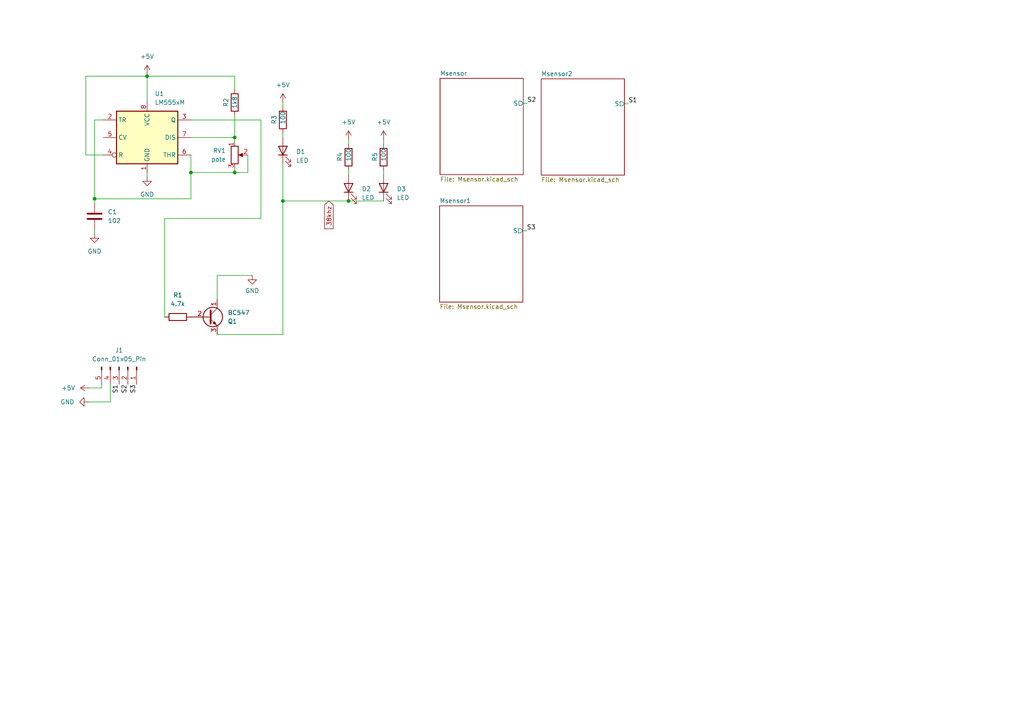
<source format=kicad_sch>
(kicad_sch (version 20230121) (generator eeschema)
  (paper "A4")
  (lib_symbols
    (symbol "Connector:Conn_01x05_Pin" (pin_names (offset 1.016) hide)
      (property "Reference" "J" (at 0 7.62 0))
      (property "Value" "Conn_01x05_Pin" (at 0 -7.62 0))
      (symbol "Conn_01x05_Pin_1_1"
        (polyline (pts (xy 1.27 -5.08) (xy 0.8636 -5.08)) (stroke (width 0.1524)))
        (polyline (pts (xy 1.27 -2.54) (xy 0.8636 -2.54)) (stroke (width 0.1524)))
        (polyline (pts (xy 1.27 0) (xy 0.8636 0)) (stroke (width 0.1524)))
        (polyline (pts (xy 1.27 2.54) (xy 0.8636 2.54)) (stroke (width 0.1524)))
        (polyline (pts (xy 1.27 5.08) (xy 0.8636 5.08)) (stroke (width 0.1524)))
        (rectangle (start 0.8636 -4.953) (end 0 -5.207) (stroke (width 0.1524)) (fill (type outline)))
        (rectangle (start 0.8636 -2.413) (end 0 -2.667) (stroke (width 0.1524)) (fill (type outline)))
        (rectangle (start 0.8636 0.127) (end 0 -0.127) (stroke (width 0.1524)) (fill (type outline)))
        (rectangle (start 0.8636 2.667) (end 0 2.413) (stroke (width 0.1524)) (fill (type outline)))
        (rectangle (start 0.8636 5.207) (end 0 4.953) (stroke (width 0.1524)) (fill (type outline)))
        (pin passive line (at 5.08 5.08 180) (length 3.81) (name "Pin_1") (number "1"))
        (pin passive line (at 5.08 2.54 180) (length 3.81) (name "Pin_2") (number "2"))
        (pin passive line (at 5.08 0 180) (length 3.81) (name "Pin_3") (number "3"))
        (pin passive line (at 5.08 -2.54 180) (length 3.81) (name "Pin_4") (number "4"))
        (pin passive line (at 5.08 -5.08 180) (length 3.81) (name "Pin_5") (number "5"))
      )
    )
    (symbol "Device:C" (pin_numbers hide) (pin_names (offset 0.254))
      (property "Reference" "C" (at 0.635 2.54 0))
      (property "Value" "C" (at 0.635 -2.54 0))
      (symbol "C_0_1"
        (polyline (pts (xy -2.032 -0.762) (xy 2.032 -0.762)) (stroke (width 0.508)))
        (polyline (pts (xy -2.032 0.762) (xy 2.032 0.762)) (stroke (width 0.508)))
      )
      (symbol "C_1_1"
        (pin passive line (at 0 3.81 270) (length 2.794) (name "~") (number "1"))
        (pin passive line (at 0 -3.81 90) (length 2.794) (name "~") (number "2"))
      )
    )
    (symbol "Device:LED" (pin_numbers hide) (pin_names (offset 1.016) hide)
      (property "Reference" "D" (at 0 2.54 0))
      (property "Value" "LED" (at 0 -2.54 0))
      (symbol "LED_0_1"
        (polyline (pts (xy -1.27 -1.27) (xy -1.27 1.27)) (stroke (width 0.254)))
        (polyline (pts (xy -1.27 0) (xy 1.27 0)))
        (polyline (pts (xy 1.27 -1.27) (xy 1.27 1.27) (xy -1.27 0) (xy 1.27 -1.27)) (stroke (width 0.254)))
        (polyline (pts (xy -3.048 -0.762) (xy -4.572 -2.286) (xy -3.81 -2.286) (xy -4.572 -2.286) (xy -4.572 -1.524)))
        (polyline (pts (xy -1.778 -0.762) (xy -3.302 -2.286) (xy -2.54 -2.286) (xy -3.302 -2.286) (xy -3.302 -1.524)))
      )
      (symbol "LED_1_1"
        (pin passive line (at -3.81 0 0) (length 2.54) (name "K") (number "1"))
        (pin passive line (at 3.81 0 180) (length 2.54) (name "A") (number "2"))
      )
    )
    (symbol "Device:R" (pin_numbers hide) (pin_names (offset 0))
      (property "Reference" "R" (at 2.032 0 90))
      (property "Value" "R" (at 0 0 90))
      (symbol "R_0_1"
        (rectangle (start -1.016 -2.54) (end 1.016 2.54) (stroke (width 0.254)))
      )
      (symbol "R_1_1"
        (pin passive line (at 0 3.81 270) (length 1.27) (name "~") (number "1"))
        (pin passive line (at 0 -3.81 90) (length 1.27) (name "~") (number "2"))
      )
    )
    (symbol "Device:R_Potentiometer" (pin_names (offset 1.016) hide)
      (property "Reference" "RV" (at -4.445 0 90))
      (property "Value" "R_Potentiometer" (at -2.54 0 90))
      (symbol "R_Potentiometer_0_1"
        (polyline (pts (xy 2.54 0) (xy 1.524 0)))
        (polyline (pts (xy 1.143 0) (xy 2.286 0.508) (xy 2.286 -0.508) (xy 1.143 0)) (fill (type outline)))
        (rectangle (start 1.016 2.54) (end -1.016 -2.54) (stroke (width 0.254)))
      )
      (symbol "R_Potentiometer_1_1"
        (pin passive line (at 0 3.81 270) (length 1.27) (name "1") (number "1"))
        (pin passive line (at 3.81 0 180) (length 1.27) (name "2") (number "2"))
        (pin passive line (at 0 -3.81 90) (length 1.27) (name "3") (number "3"))
      )
    )
    (symbol "Timer:LM555xM"
      (property "Reference" "U" (at -10.16 8.89 0))
      (property "Value" "LM555xM" (at 2.54 8.89 0))
      (symbol "LM555xM_0_0"
        (pin power_in line (at 0 -10.16 90) (length 2.54) (name "GND") (number "1"))
        (pin power_in line (at 0 10.16 270) (length 2.54) (name "VCC") (number "8"))
      )
      (symbol "LM555xM_0_1"
        (rectangle (start -8.89 -7.62) (end 8.89 7.62) (stroke (width 0.254)) (fill (type background)))
        (rectangle (start -8.89 -7.62) (end 8.89 7.62) (stroke (width 0.254)) (fill (type background)))
      )
      (symbol "LM555xM_1_1"
        (pin input line (at -12.7 5.08 0) (length 3.81) (name "TR") (number "2"))
        (pin output line (at 12.7 5.08 180) (length 3.81) (name "Q") (number "3"))
        (pin input inverted (at -12.7 -5.08 0) (length 3.81) (name "R") (number "4"))
        (pin input line (at -12.7 0 0) (length 3.81) (name "CV") (number "5"))
        (pin input line (at 12.7 -5.08 180) (length 3.81) (name "THR") (number "6"))
        (pin input line (at 12.7 0 180) (length 3.81) (name "DIS") (number "7"))
      )
    )
    (symbol "Transistor_BJT:BC547" (pin_names (offset 0) hide)
      (property "Reference" "Q" (at 5.08 1.905 0))
      (property "Value" "BC547" (at 5.08 0 0))
      (symbol "BC547_0_1"
        (polyline (pts (xy 0 0) (xy 0.635 0)))
        (polyline (pts (xy 0.635 0.635) (xy 2.54 2.54)))
        (polyline (pts (xy 0.635 -0.635) (xy 2.54 -2.54) (xy 2.54 -2.54)))
        (polyline (pts (xy 0.635 1.905) (xy 0.635 -1.905) (xy 0.635 -1.905)) (stroke (width 0.508)))
        (polyline (pts (xy 1.27 -1.778) (xy 1.778 -1.27) (xy 2.286 -2.286) (xy 1.27 -1.778) (xy 1.27 -1.778)) (fill (type outline)))
        (circle (center 1.27 0) (radius 2.8194) (stroke (width 0.254)))
      )
      (symbol "BC547_1_1"
        (pin passive line (at 2.54 5.08 270) (length 2.54) (name "C") (number "1"))
        (pin input line (at -5.08 0 0) (length 5.08) (name "B") (number "2"))
        (pin passive line (at 2.54 -5.08 90) (length 2.54) (name "E") (number "3"))
      )
    )
    (symbol "power:+5V" (power) (pin_names (offset 0))
      (property "Value" "+5V" (at 0 3.556 0))
      (symbol "+5V_0_1"
        (polyline (pts (xy -0.762 1.27) (xy 0 2.54)))
        (polyline (pts (xy 0 0) (xy 0 2.54)))
        (polyline (pts (xy 0 2.54) (xy 0.762 1.27)))
      )
      (symbol "+5V_1_1"
        (pin power_in line (at 0 0 90) (length 0) hide (name "+5V") (number "1"))
      )
    )
    (symbol "power:GND" (power) (pin_names (offset 0))
      (property "Value" "GND" (at 0 -3.81 0))
      (symbol "GND_0_1"
        (polyline (pts (xy 0 0) (xy 0 -1.27) (xy 1.27 -1.27) (xy 0 -2.54) (xy -1.27 -1.27) (xy 0 -1.27)))
      )
      (symbol "GND_1_1"
        (pin power_in line (at 0 0 270) (length 0) hide (name "GND") (number "1"))
      )
    )
  )
  (junction (at 68.072 39.878))
  (junction (at 82.042 58.293))
  (junction (at 55.372 50.038))
  (junction (at 101.092 58.293))
  (junction (at 27.432 57.658))
  (junction (at 42.672 22.098))
  (junction (at 68.072 50.038))
  (wire (pts (xy 55.372 50.038) (xy 55.372 57.658)))
  (wire (pts (xy 27.432 57.658) (xy 27.432 58.928)))
  (wire (pts (xy 82.042 58.293) (xy 101.092 58.293)))
  (wire (pts (xy 32.004 116.586) (xy 32.004 111.506)))
  (wire (pts (xy 111.252 41.783) (xy 111.252 40.513)))
  (wire (pts (xy 55.372 34.798) (xy 75.692 34.798)))
  (wire (pts (xy 68.072 22.098) (xy 68.072 25.908)))
  (wire (pts (xy 181.102 30.099) (xy 182.245 30.099)))
  (wire (pts (xy 82.042 30.988) (xy 82.042 29.718)))
  (wire (pts (xy 71.882 50.038) (xy 71.882 44.958)))
  (wire (pts (xy 24.892 44.958) (xy 24.892 22.098)))
  (wire (pts (xy 42.672 22.098) (xy 42.672 29.718)))
  (wire (pts (xy 68.072 41.148) (xy 68.072 39.878)))
  (wire (pts (xy 82.042 97.028) (xy 82.042 58.293)))
  (wire (pts (xy 101.092 41.783) (xy 101.092 40.513)))
  (wire (pts (xy 111.252 50.673) (xy 111.252 49.403)))
  (wire (pts (xy 68.072 50.038) (xy 71.882 50.038)))
  (wire (pts (xy 29.464 112.522) (xy 29.464 111.506)))
  (wire (pts (xy 68.072 48.768) (xy 68.072 50.038)))
  (wire (pts (xy 101.092 50.673) (xy 101.092 49.403)))
  (wire (pts (xy 151.765 29.972) (xy 152.908 29.972)))
  (wire (pts (xy 55.372 44.958) (xy 55.372 50.038)))
  (wire (pts (xy 29.972 44.958) (xy 24.892 44.958)))
  (wire (pts (xy 42.672 21.463) (xy 42.672 22.098)))
  (wire (pts (xy 24.892 22.098) (xy 42.672 22.098)))
  (wire (pts (xy 62.992 79.883) (xy 73.152 79.883)))
  (wire (pts (xy 82.042 58.293) (xy 82.042 47.498)))
  (wire (pts (xy 42.672 51.308) (xy 42.672 50.038)))
  (wire (pts (xy 62.992 79.883) (xy 62.992 86.868)))
  (wire (pts (xy 42.672 22.098) (xy 68.072 22.098)))
  (wire (pts (xy 62.992 97.028) (xy 82.042 97.028)))
  (wire (pts (xy 55.372 39.878) (xy 68.072 39.878)))
  (wire (pts (xy 55.372 50.038) (xy 68.072 50.038)))
  (wire (pts (xy 27.432 67.818) (xy 27.432 66.548)))
  (wire (pts (xy 47.752 91.948) (xy 47.752 63.373)))
  (wire (pts (xy 75.692 34.798) (xy 75.692 63.373)))
  (wire (pts (xy 27.432 34.798) (xy 27.432 57.658)))
  (wire (pts (xy 68.072 33.528) (xy 68.072 39.878)))
  (wire (pts (xy 101.092 58.293) (xy 111.252 58.293)))
  (wire (pts (xy 27.432 34.798) (xy 29.972 34.798)))
  (wire (pts (xy 25.654 116.586) (xy 32.004 116.586)))
  (wire (pts (xy 47.752 63.373) (xy 75.692 63.373)))
  (wire (pts (xy 25.908 112.522) (xy 29.464 112.522)))
  (wire (pts (xy 27.432 57.658) (xy 55.372 57.658)))
  (wire (pts (xy 82.042 39.878) (xy 82.042 38.608)))
  (wire (pts (xy 151.638 66.929) (xy 152.781 66.929)))
  (label "S3" (at 152.781 66.929 0))
  (label "S2" (at 37.084 111.506 270))
  (label "S2" (at 152.908 29.972 0))
  (label "S1" (at 182.245 30.099 0))
  (label "S3" (at 39.624 111.506 270))
  (label "S1" (at 34.544 111.506 270))
  (global_label "38khz" (shape input) (at 95.377 58.293 270) (property "Intersheetrefs" "${INTERSHEET_REFS}" (effects hide)))
  (symbol (lib_id "power:+5V") (at 101.092 40.513 0) (unit 1)
    (property "Reference" "#PWR06" (effects hide))
    (property "Value" "+5V" (at 101.092 35.433 0))
  )
  (symbol (lib_id "power:GND") (at 73.152 79.883 0) (unit 1)
    (property "Reference" "#PWR04" (effects hide))
    (property "Value" "GND" (at 73.152 84.328 0))
  )
  (symbol (lib_id "Device:R") (at 51.562 91.948 90) (unit 1)
    (property "Reference" "R1" (at 51.562 85.598 90))
    (property "Value" "4.7k" (at 51.562 88.138 90))
    (property "Footprint" "Resistor_SMD:R_1206_3216Metric_Pad1.30x1.75mm_HandSolder" (effects hide))
  )
  (symbol (lib_id "Device:LED") (at 82.042 43.688 90) (unit 1)
    (property "Reference" "D1" (at 85.852 44.0055 90) (effects (justify right)))
    (property "Value" "LED" (at 85.852 46.5455 90) (effects (justify right)))
    (property "Footprint" "LED_THT:LED_D5.0mm_Horizontal_O1.27mm_Z3.0mm" (effects hide))
  )
  (symbol (lib_id "power:GND") (at 42.672 51.308 0) (unit 1)
    (property "Reference" "#PWR03" (effects hide))
    (property "Value" "GND" (at 42.672 56.388 0))
  )
  (symbol (lib_id "power:GND") (at 27.432 67.818 0) (unit 1)
    (property "Reference" "#PWR01" (effects hide))
    (property "Value" "GND" (at 27.432 72.898 0))
  )
  (symbol (lib_id "Timer:LM555xM") (at 42.672 39.878 0) (unit 1)
    (property "Reference" "U1" (at 44.8661 27.178 0) (effects (justify left)))
    (property "Value" "LM555xM" (at 44.8661 29.718 0) (effects (justify left)))
    (property "Footprint" "Package_SO:SOIC-8_3.9x4.9mm_P1.27mm" (effects hide))
    (property "Datasheet" "http://www.ti.com/lit/ds/symlink/lm555.pdf" (effects hide))
  )
  (symbol (lib_id "power:+5V") (at 25.908 112.522 90) (unit 1)
    (property "Reference" "#PWR015" (effects hide))
    (property "Value" "+5V" (at 21.844 112.522 90) (effects (justify left)))
  )
  (symbol (lib_id "Device:R") (at 68.072 29.718 180) (unit 1)
    (property "Reference" "R2" (at 65.532 29.718 90))
    (property "Value" "1k8" (at 68.072 29.718 90))
    (property "Footprint" "Resistor_SMD:R_1206_3216Metric_Pad1.30x1.75mm_HandSolder" (effects hide))
  )
  (symbol (lib_id "Device:C") (at 27.432 62.738 0) (unit 1)
    (property "Reference" "C1" (at 31.242 61.468 0) (effects (justify left)))
    (property "Value" "102" (at 31.242 64.008 0) (effects (justify left)))
    (property "Footprint" "Capacitor_THT:C_Disc_D4.3mm_W1.9mm_P5.00mm" (effects hide))
  )
  (symbol (lib_id "Connector:Conn_01x05_Pin") (at 34.544 106.426 270) (unit 1)
    (property "Reference" "J1" (at 34.544 101.6 90))
    (property "Value" "Conn_01x05_Pin" (at 34.544 104.14 90))
    (property "Footprint" "Connector_PinHeader_2.54mm:PinHeader_1x05_P2.54mm_Vertical" (effects hide))
  )
  (symbol (lib_id "Device:R") (at 101.092 45.593 0) (unit 1)
    (property "Reference" "R4" (at 98.552 46.863 90) (effects (justify left)))
    (property "Value" "100" (at 101.092 46.863 90) (effects (justify left)))
    (property "Footprint" "Resistor_SMD:R_1206_3216Metric_Pad1.30x1.75mm_HandSolder" (effects hide))
  )
  (symbol (lib_id "Device:LED") (at 101.092 54.483 90) (unit 1)
    (property "Reference" "D2" (at 104.902 54.8005 90) (effects (justify right)))
    (property "Value" "LED" (at 104.902 57.3405 90) (effects (justify right)))
    (property "Footprint" "LED_THT:LED_D5.0mm_Horizontal_O1.27mm_Z3.0mm" (effects hide))
  )
  (symbol (lib_id "Device:LED") (at 111.252 54.483 90) (unit 1)
    (property "Reference" "D3" (at 115.062 54.8005 90) (effects (justify right)))
    (property "Value" "LED" (at 115.062 57.3405 90) (effects (justify right)))
    (property "Footprint" "LED_THT:LED_D5.0mm_Horizontal_O1.27mm_Z3.0mm" (effects hide))
  )
  (symbol (lib_id "Transistor_BJT:BC547") (at 60.452 91.948 0) (unit 1)
    (property "Reference" "Q1" (at 66.04 93.218 0) (effects (justify left)))
    (property "Value" "BC547" (at 66.04 90.678 0) (effects (justify left)))
    (property "Footprint" "Package_TO_SOT_THT:TO-92_Wide" (effects hide))
    (property "Datasheet" "https://www.onsemi.com/pub/Collateral/BC550-D.pdf" (effects hide))
  )
  (symbol (lib_id "Device:R") (at 111.252 45.593 0) (unit 1)
    (property "Reference" "R5" (at 108.712 46.863 90) (effects (justify left)))
    (property "Value" "100" (at 111.252 46.863 90) (effects (justify left)))
    (property "Footprint" "Resistor_SMD:R_1206_3216Metric_Pad1.30x1.75mm_HandSolder" (effects hide))
  )
  (symbol (lib_id "power:GND") (at 25.654 116.586 270) (unit 1)
    (property "Reference" "#PWR014" (effects hide))
    (property "Value" "GND" (at 21.59 116.586 90) (effects (justify right)))
  )
  (symbol (lib_id "Device:R") (at 82.042 34.798 0) (unit 1)
    (property "Reference" "R3" (at 79.502 36.068 90) (effects (justify left)))
    (property "Value" "100" (at 82.042 36.068 90) (effects (justify left)))
    (property "Footprint" "Resistor_SMD:R_1206_3216Metric_Pad1.30x1.75mm_HandSolder" (effects hide))
  )
  (symbol (lib_id "power:+5V") (at 42.672 21.463 0) (unit 1)
    (property "Reference" "#PWR02" (effects hide))
    (property "Value" "+5V" (at 42.672 16.383 0))
  )
  (symbol (lib_id "power:+5V") (at 82.042 29.718 0) (unit 1)
    (property "Reference" "#PWR05" (effects hide))
    (property "Value" "+5V" (at 82.042 24.638 0))
  )
  (symbol (lib_id "power:+5V") (at 111.252 40.513 0) (unit 1)
    (property "Reference" "#PWR07" (effects hide))
    (property "Value" "+5V" (at 111.252 35.433 0))
  )
  (symbol (lib_id "Device:R_Potentiometer") (at 68.072 44.958 0) (unit 1)
    (property "Reference" "RV1" (at 65.532 43.688 0) (effects (justify right)))
    (property "Value" "pote" (at 65.532 46.228 0) (effects (justify right)))
    (property "Footprint" "Potentiometer_THT:Potentiometer_Bourns_3296W_Vertical" (effects hide))
  )
  (sheet (at 127.635 22.733) (size 24.13 27.94) (stroke (width 0.1524))
    (property "Sheetname" "Msensor" (at 127.635 22.0214 0) (effects (justify left bottom)))
    (property "Sheetfile" "Msensor.kicad_sch" (at 127.635 51.2576 0) (effects (justify left top)))
    (pin "S" output (at 151.765 29.972 0))
  )
  (sheet (at 156.972 22.86) (size 24.13 27.94) (stroke (width 0.1524))
    (property "Sheetname" "Msensor2" (at 156.972 22.1484 0) (effects (justify left bottom)))
    (property "Sheetfile" "Msensor.kicad_sch" (at 156.972 51.3846 0) (effects (justify left top)))
    (pin "S" output (at 181.102 30.099 0))
  )
  (sheet (at 127.508 59.69) (size 24.13 27.94) (stroke (width 0.1524))
    (property "Sheetname" "Msensor1" (at 127.508 58.9784 0) (effects (justify left bottom)))
    (property "Sheetfile" "Msensor.kicad_sch" (at 127.508 88.2146 0) (effects (justify left top)))
    (pin "S" output (at 151.638 66.929 0))
  )
)
</source>
